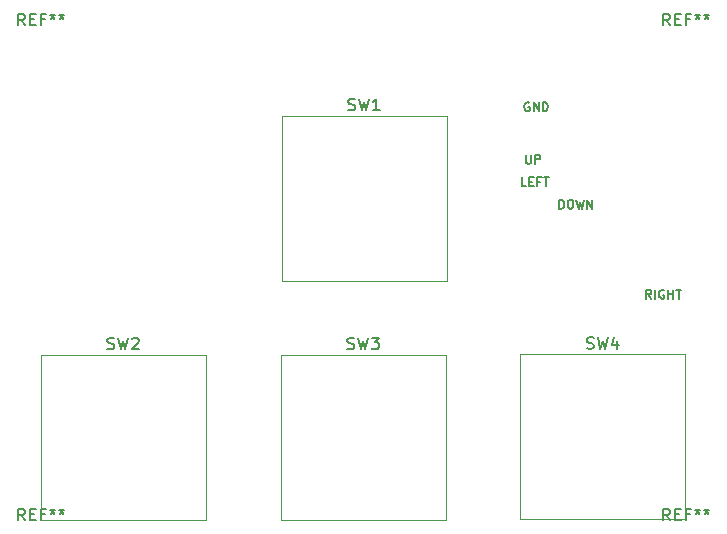
<source format=gto>
%TF.GenerationSoftware,KiCad,Pcbnew,(5.1.12)-1*%
%TF.CreationDate,2021-12-29T02:26:32-05:00*%
%TF.ProjectId,4keymacropad,346b6579-6d61-4637-926f-7061642e6b69,rev?*%
%TF.SameCoordinates,Original*%
%TF.FileFunction,Legend,Top*%
%TF.FilePolarity,Positive*%
%FSLAX46Y46*%
G04 Gerber Fmt 4.6, Leading zero omitted, Abs format (unit mm)*
G04 Created by KiCad (PCBNEW (5.1.12)-1) date 2021-12-29 02:26:32*
%MOMM*%
%LPD*%
G01*
G04 APERTURE LIST*
%ADD10C,0.150000*%
%ADD11C,0.120000*%
G04 APERTURE END LIST*
D10*
X148683214Y-72650000D02*
X148611785Y-72614285D01*
X148504642Y-72614285D01*
X148397500Y-72650000D01*
X148326071Y-72721428D01*
X148290357Y-72792857D01*
X148254642Y-72935714D01*
X148254642Y-73042857D01*
X148290357Y-73185714D01*
X148326071Y-73257142D01*
X148397500Y-73328571D01*
X148504642Y-73364285D01*
X148576071Y-73364285D01*
X148683214Y-73328571D01*
X148718928Y-73292857D01*
X148718928Y-73042857D01*
X148576071Y-73042857D01*
X149040357Y-73364285D02*
X149040357Y-72614285D01*
X149468928Y-73364285D01*
X149468928Y-72614285D01*
X149826071Y-73364285D02*
X149826071Y-72614285D01*
X150004642Y-72614285D01*
X150111785Y-72650000D01*
X150183214Y-72721428D01*
X150218928Y-72792857D01*
X150254642Y-72935714D01*
X150254642Y-73042857D01*
X150218928Y-73185714D01*
X150183214Y-73257142D01*
X150111785Y-73328571D01*
X150004642Y-73364285D01*
X149826071Y-73364285D01*
X159020000Y-89239285D02*
X158770000Y-88882142D01*
X158591428Y-89239285D02*
X158591428Y-88489285D01*
X158877142Y-88489285D01*
X158948571Y-88525000D01*
X158984285Y-88560714D01*
X159020000Y-88632142D01*
X159020000Y-88739285D01*
X158984285Y-88810714D01*
X158948571Y-88846428D01*
X158877142Y-88882142D01*
X158591428Y-88882142D01*
X159341428Y-89239285D02*
X159341428Y-88489285D01*
X160091428Y-88525000D02*
X160020000Y-88489285D01*
X159912857Y-88489285D01*
X159805714Y-88525000D01*
X159734285Y-88596428D01*
X159698571Y-88667857D01*
X159662857Y-88810714D01*
X159662857Y-88917857D01*
X159698571Y-89060714D01*
X159734285Y-89132142D01*
X159805714Y-89203571D01*
X159912857Y-89239285D01*
X159984285Y-89239285D01*
X160091428Y-89203571D01*
X160127142Y-89167857D01*
X160127142Y-88917857D01*
X159984285Y-88917857D01*
X160448571Y-89239285D02*
X160448571Y-88489285D01*
X160448571Y-88846428D02*
X160877142Y-88846428D01*
X160877142Y-89239285D02*
X160877142Y-88489285D01*
X161127142Y-88489285D02*
X161555714Y-88489285D01*
X161341428Y-89239285D02*
X161341428Y-88489285D01*
X151207500Y-81619285D02*
X151207500Y-80869285D01*
X151386071Y-80869285D01*
X151493214Y-80905000D01*
X151564642Y-80976428D01*
X151600357Y-81047857D01*
X151636071Y-81190714D01*
X151636071Y-81297857D01*
X151600357Y-81440714D01*
X151564642Y-81512142D01*
X151493214Y-81583571D01*
X151386071Y-81619285D01*
X151207500Y-81619285D01*
X152100357Y-80869285D02*
X152243214Y-80869285D01*
X152314642Y-80905000D01*
X152386071Y-80976428D01*
X152421785Y-81119285D01*
X152421785Y-81369285D01*
X152386071Y-81512142D01*
X152314642Y-81583571D01*
X152243214Y-81619285D01*
X152100357Y-81619285D01*
X152028928Y-81583571D01*
X151957500Y-81512142D01*
X151921785Y-81369285D01*
X151921785Y-81119285D01*
X151957500Y-80976428D01*
X152028928Y-80905000D01*
X152100357Y-80869285D01*
X152671785Y-80869285D02*
X152850357Y-81619285D01*
X152993214Y-81083571D01*
X153136071Y-81619285D01*
X153314642Y-80869285D01*
X153600357Y-81619285D02*
X153600357Y-80869285D01*
X154028928Y-81619285D01*
X154028928Y-80869285D01*
X148433214Y-79714285D02*
X148076071Y-79714285D01*
X148076071Y-78964285D01*
X148683214Y-79321428D02*
X148933214Y-79321428D01*
X149040357Y-79714285D02*
X148683214Y-79714285D01*
X148683214Y-78964285D01*
X149040357Y-78964285D01*
X149611785Y-79321428D02*
X149361785Y-79321428D01*
X149361785Y-79714285D02*
X149361785Y-78964285D01*
X149718928Y-78964285D01*
X149897500Y-78964285D02*
X150326071Y-78964285D01*
X150111785Y-79714285D02*
X150111785Y-78964285D01*
X148405357Y-77059285D02*
X148405357Y-77666428D01*
X148441071Y-77737857D01*
X148476785Y-77773571D01*
X148548214Y-77809285D01*
X148691071Y-77809285D01*
X148762500Y-77773571D01*
X148798214Y-77737857D01*
X148833928Y-77666428D01*
X148833928Y-77059285D01*
X149191071Y-77809285D02*
X149191071Y-77059285D01*
X149476785Y-77059285D01*
X149548214Y-77095000D01*
X149583928Y-77130714D01*
X149619642Y-77202142D01*
X149619642Y-77309285D01*
X149583928Y-77380714D01*
X149548214Y-77416428D01*
X149476785Y-77452142D01*
X149191071Y-77452142D01*
D11*
%TO.C,SW2*%
X107315000Y-93980000D02*
X121285000Y-93980000D01*
X121285000Y-93980000D02*
X121285000Y-107950000D01*
X121285000Y-107950000D02*
X107315000Y-107950000D01*
X107315000Y-107950000D02*
X107315000Y-93980000D01*
%TO.C,SW1*%
X127710001Y-73735001D02*
X141680001Y-73735001D01*
X141680001Y-73735001D02*
X141680001Y-87705001D01*
X141680001Y-87705001D02*
X127710001Y-87705001D01*
X127710001Y-87705001D02*
X127710001Y-73735001D01*
%TO.C,SW3*%
X127635000Y-107950000D02*
X127635000Y-93980000D01*
X141605000Y-107950000D02*
X127635000Y-107950000D01*
X141605000Y-93980000D02*
X141605000Y-107950000D01*
X127635000Y-93980000D02*
X141605000Y-93980000D01*
%TO.C,SW4*%
X147910001Y-107905001D02*
X147910001Y-93935001D01*
X161880001Y-107905001D02*
X147910001Y-107905001D01*
X161880001Y-93935001D02*
X161880001Y-107905001D01*
X147910001Y-93935001D02*
X161880001Y-93935001D01*
%TO.C,REF\u002A\u002A*%
D10*
X160591666Y-66102380D02*
X160258333Y-65626190D01*
X160020238Y-66102380D02*
X160020238Y-65102380D01*
X160401190Y-65102380D01*
X160496428Y-65150000D01*
X160544047Y-65197619D01*
X160591666Y-65292857D01*
X160591666Y-65435714D01*
X160544047Y-65530952D01*
X160496428Y-65578571D01*
X160401190Y-65626190D01*
X160020238Y-65626190D01*
X161020238Y-65578571D02*
X161353571Y-65578571D01*
X161496428Y-66102380D02*
X161020238Y-66102380D01*
X161020238Y-65102380D01*
X161496428Y-65102380D01*
X162258333Y-65578571D02*
X161925000Y-65578571D01*
X161925000Y-66102380D02*
X161925000Y-65102380D01*
X162401190Y-65102380D01*
X162925000Y-65102380D02*
X162925000Y-65340476D01*
X162686904Y-65245238D02*
X162925000Y-65340476D01*
X163163095Y-65245238D01*
X162782142Y-65530952D02*
X162925000Y-65340476D01*
X163067857Y-65530952D01*
X163686904Y-65102380D02*
X163686904Y-65340476D01*
X163448809Y-65245238D02*
X163686904Y-65340476D01*
X163925000Y-65245238D01*
X163544047Y-65530952D02*
X163686904Y-65340476D01*
X163829761Y-65530952D01*
X105981666Y-66102380D02*
X105648333Y-65626190D01*
X105410238Y-66102380D02*
X105410238Y-65102380D01*
X105791190Y-65102380D01*
X105886428Y-65150000D01*
X105934047Y-65197619D01*
X105981666Y-65292857D01*
X105981666Y-65435714D01*
X105934047Y-65530952D01*
X105886428Y-65578571D01*
X105791190Y-65626190D01*
X105410238Y-65626190D01*
X106410238Y-65578571D02*
X106743571Y-65578571D01*
X106886428Y-66102380D02*
X106410238Y-66102380D01*
X106410238Y-65102380D01*
X106886428Y-65102380D01*
X107648333Y-65578571D02*
X107315000Y-65578571D01*
X107315000Y-66102380D02*
X107315000Y-65102380D01*
X107791190Y-65102380D01*
X108315000Y-65102380D02*
X108315000Y-65340476D01*
X108076904Y-65245238D02*
X108315000Y-65340476D01*
X108553095Y-65245238D01*
X108172142Y-65530952D02*
X108315000Y-65340476D01*
X108457857Y-65530952D01*
X109076904Y-65102380D02*
X109076904Y-65340476D01*
X108838809Y-65245238D02*
X109076904Y-65340476D01*
X109315000Y-65245238D01*
X108934047Y-65530952D02*
X109076904Y-65340476D01*
X109219761Y-65530952D01*
X105981666Y-108012380D02*
X105648333Y-107536190D01*
X105410238Y-108012380D02*
X105410238Y-107012380D01*
X105791190Y-107012380D01*
X105886428Y-107060000D01*
X105934047Y-107107619D01*
X105981666Y-107202857D01*
X105981666Y-107345714D01*
X105934047Y-107440952D01*
X105886428Y-107488571D01*
X105791190Y-107536190D01*
X105410238Y-107536190D01*
X106410238Y-107488571D02*
X106743571Y-107488571D01*
X106886428Y-108012380D02*
X106410238Y-108012380D01*
X106410238Y-107012380D01*
X106886428Y-107012380D01*
X107648333Y-107488571D02*
X107315000Y-107488571D01*
X107315000Y-108012380D02*
X107315000Y-107012380D01*
X107791190Y-107012380D01*
X108315000Y-107012380D02*
X108315000Y-107250476D01*
X108076904Y-107155238D02*
X108315000Y-107250476D01*
X108553095Y-107155238D01*
X108172142Y-107440952D02*
X108315000Y-107250476D01*
X108457857Y-107440952D01*
X109076904Y-107012380D02*
X109076904Y-107250476D01*
X108838809Y-107155238D02*
X109076904Y-107250476D01*
X109315000Y-107155238D01*
X108934047Y-107440952D02*
X109076904Y-107250476D01*
X109219761Y-107440952D01*
X160591666Y-108012380D02*
X160258333Y-107536190D01*
X160020238Y-108012380D02*
X160020238Y-107012380D01*
X160401190Y-107012380D01*
X160496428Y-107060000D01*
X160544047Y-107107619D01*
X160591666Y-107202857D01*
X160591666Y-107345714D01*
X160544047Y-107440952D01*
X160496428Y-107488571D01*
X160401190Y-107536190D01*
X160020238Y-107536190D01*
X161020238Y-107488571D02*
X161353571Y-107488571D01*
X161496428Y-108012380D02*
X161020238Y-108012380D01*
X161020238Y-107012380D01*
X161496428Y-107012380D01*
X162258333Y-107488571D02*
X161925000Y-107488571D01*
X161925000Y-108012380D02*
X161925000Y-107012380D01*
X162401190Y-107012380D01*
X162925000Y-107012380D02*
X162925000Y-107250476D01*
X162686904Y-107155238D02*
X162925000Y-107250476D01*
X163163095Y-107155238D01*
X162782142Y-107440952D02*
X162925000Y-107250476D01*
X163067857Y-107440952D01*
X163686904Y-107012380D02*
X163686904Y-107250476D01*
X163448809Y-107155238D02*
X163686904Y-107250476D01*
X163925000Y-107155238D01*
X163544047Y-107440952D02*
X163686904Y-107250476D01*
X163829761Y-107440952D01*
%TO.C,SW2*%
X112966666Y-93495761D02*
X113109523Y-93543380D01*
X113347619Y-93543380D01*
X113442857Y-93495761D01*
X113490476Y-93448142D01*
X113538095Y-93352904D01*
X113538095Y-93257666D01*
X113490476Y-93162428D01*
X113442857Y-93114809D01*
X113347619Y-93067190D01*
X113157142Y-93019571D01*
X113061904Y-92971952D01*
X113014285Y-92924333D01*
X112966666Y-92829095D01*
X112966666Y-92733857D01*
X113014285Y-92638619D01*
X113061904Y-92591000D01*
X113157142Y-92543380D01*
X113395238Y-92543380D01*
X113538095Y-92591000D01*
X113871428Y-92543380D02*
X114109523Y-93543380D01*
X114300000Y-92829095D01*
X114490476Y-93543380D01*
X114728571Y-92543380D01*
X115061904Y-92638619D02*
X115109523Y-92591000D01*
X115204761Y-92543380D01*
X115442857Y-92543380D01*
X115538095Y-92591000D01*
X115585714Y-92638619D01*
X115633333Y-92733857D01*
X115633333Y-92829095D01*
X115585714Y-92971952D01*
X115014285Y-93543380D01*
X115633333Y-93543380D01*
%TO.C,SW1*%
X133361667Y-73250762D02*
X133504524Y-73298381D01*
X133742620Y-73298381D01*
X133837858Y-73250762D01*
X133885477Y-73203143D01*
X133933096Y-73107905D01*
X133933096Y-73012667D01*
X133885477Y-72917429D01*
X133837858Y-72869810D01*
X133742620Y-72822191D01*
X133552143Y-72774572D01*
X133456905Y-72726953D01*
X133409286Y-72679334D01*
X133361667Y-72584096D01*
X133361667Y-72488858D01*
X133409286Y-72393620D01*
X133456905Y-72346001D01*
X133552143Y-72298381D01*
X133790239Y-72298381D01*
X133933096Y-72346001D01*
X134266429Y-72298381D02*
X134504524Y-73298381D01*
X134695001Y-72584096D01*
X134885477Y-73298381D01*
X135123572Y-72298381D01*
X136028334Y-73298381D02*
X135456905Y-73298381D01*
X135742620Y-73298381D02*
X135742620Y-72298381D01*
X135647381Y-72441239D01*
X135552143Y-72536477D01*
X135456905Y-72584096D01*
%TO.C,SW3*%
X133286666Y-93495761D02*
X133429523Y-93543380D01*
X133667619Y-93543380D01*
X133762857Y-93495761D01*
X133810476Y-93448142D01*
X133858095Y-93352904D01*
X133858095Y-93257666D01*
X133810476Y-93162428D01*
X133762857Y-93114809D01*
X133667619Y-93067190D01*
X133477142Y-93019571D01*
X133381904Y-92971952D01*
X133334285Y-92924333D01*
X133286666Y-92829095D01*
X133286666Y-92733857D01*
X133334285Y-92638619D01*
X133381904Y-92591000D01*
X133477142Y-92543380D01*
X133715238Y-92543380D01*
X133858095Y-92591000D01*
X134191428Y-92543380D02*
X134429523Y-93543380D01*
X134620000Y-92829095D01*
X134810476Y-93543380D01*
X135048571Y-92543380D01*
X135334285Y-92543380D02*
X135953333Y-92543380D01*
X135620000Y-92924333D01*
X135762857Y-92924333D01*
X135858095Y-92971952D01*
X135905714Y-93019571D01*
X135953333Y-93114809D01*
X135953333Y-93352904D01*
X135905714Y-93448142D01*
X135858095Y-93495761D01*
X135762857Y-93543380D01*
X135477142Y-93543380D01*
X135381904Y-93495761D01*
X135334285Y-93448142D01*
%TO.C,SW4*%
X153561667Y-93450762D02*
X153704524Y-93498381D01*
X153942620Y-93498381D01*
X154037858Y-93450762D01*
X154085477Y-93403143D01*
X154133096Y-93307905D01*
X154133096Y-93212667D01*
X154085477Y-93117429D01*
X154037858Y-93069810D01*
X153942620Y-93022191D01*
X153752143Y-92974572D01*
X153656905Y-92926953D01*
X153609286Y-92879334D01*
X153561667Y-92784096D01*
X153561667Y-92688858D01*
X153609286Y-92593620D01*
X153656905Y-92546001D01*
X153752143Y-92498381D01*
X153990239Y-92498381D01*
X154133096Y-92546001D01*
X154466429Y-92498381D02*
X154704524Y-93498381D01*
X154895001Y-92784096D01*
X155085477Y-93498381D01*
X155323572Y-92498381D01*
X156133096Y-92831715D02*
X156133096Y-93498381D01*
X155895001Y-92450762D02*
X155656905Y-93165048D01*
X156275953Y-93165048D01*
%TD*%
M02*

</source>
